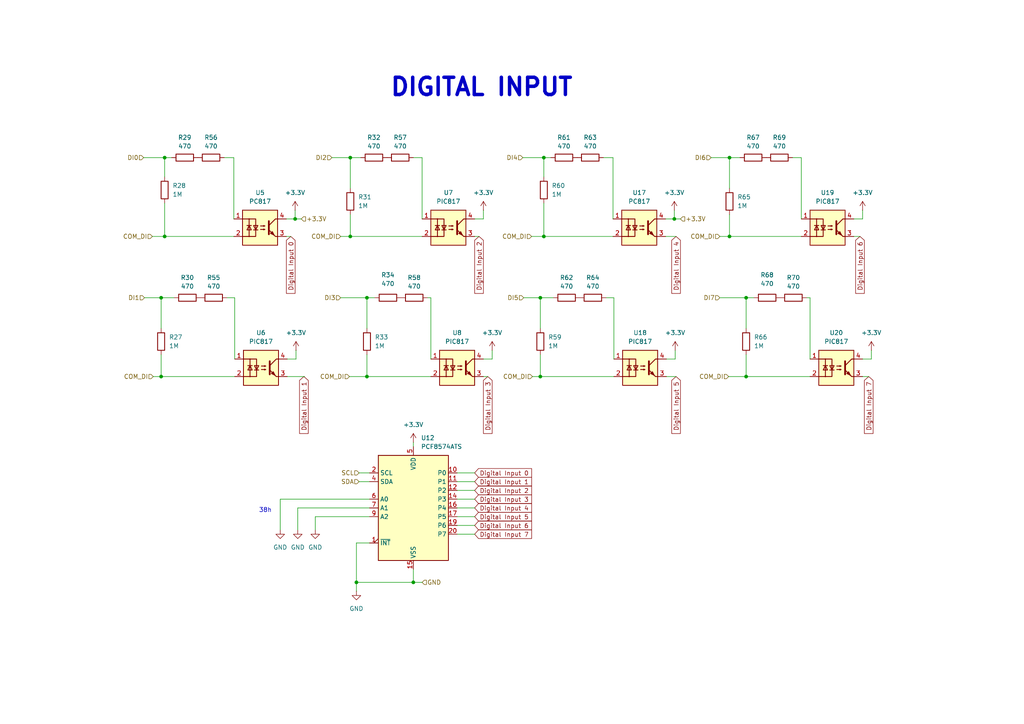
<source format=kicad_sch>
(kicad_sch (version 20231120) (generator "eeschema") (generator_version "8.0")
  (paper "A4")
  (title_block (title "IoT Node") (date "2026-01-28") (rev "V3") (company "PT. MEDION FARMA JAYA") (comment 1 "DESAIN @DMSRAGAA") (comment 2 "INSTITUT TEKNOLOGI SEPULUH NOPEMBER"))
  (lib_symbols
    (symbol "Device:R" (pin_numbers hide) (pin_names (offset 0))
      (property "Reference" "R" (at 2.032 0 90))
      (property "Value" "R" (at 0 0 90))
      (symbol "R_0_1"
        (rectangle (start -1.016 -2.54) (end 1.016 2.54) (stroke (width 0.254)))
      )
      (symbol "R_1_1"
        (pin passive line (at 0 3.81 270) (length 1.27) (name "~") (number "1"))
        (pin passive line (at 0 -3.81 90) (length 1.27) (name "~") (number "2"))
      )
    )
    (symbol "Interface_Expansion:PCF8574ATS"
      (property "Reference" "U" (at -8.89 16.51 0))
      (property "Value" "PCF8574ATS" (at 3.81 16.51 0))
      (symbol "PCF8574ATS_0_1"
        (rectangle (start -10.16 15.24) (end 10.16 -15.24) (stroke (width 0.254)) (fill (type background)))
      )
      (symbol "PCF8574ATS_1_1"
        (pin open_collector output_low (at -12.7 -10.16 0) (length 2.54) (name "~{INT}") (number "1"))
        (pin bidirectional line (at 12.7 10.16 180) (length 2.54) (name "P0") (number "10"))
        (pin bidirectional line (at 12.7 7.62 180) (length 2.54) (name "P1") (number "11"))
        (pin bidirectional line (at 12.7 5.08 180) (length 2.54) (name "P2") (number "12"))
        (pin no_connect line (at -10.16 -5.08 0) (length 2.54) hide (name "NC") (number "13"))
        (pin bidirectional line (at 12.7 2.54 180) (length 2.54) (name "P3") (number "14"))
        (pin power_in line (at 0 -17.78 90) (length 2.54) (name "VSS") (number "15"))
        (pin bidirectional line (at 12.7 0 180) (length 2.54) (name "P4") (number "16"))
        (pin bidirectional line (at 12.7 -2.54 180) (length 2.54) (name "P5") (number "17"))
        (pin no_connect line (at -10.16 -7.62 0) (length 2.54) hide (name "NC") (number "18"))
        (pin bidirectional line (at 12.7 -5.08 180) (length 2.54) (name "P6") (number "19"))
        (pin input line (at -12.7 10.16 0) (length 2.54) (name "SCL") (number "2"))
        (pin bidirectional line (at 12.7 -7.62 180) (length 2.54) (name "P7") (number "20"))
        (pin no_connect line (at 10.16 -10.16 180) (length 2.54) hide (name "NC") (number "3"))
        (pin bidirectional line (at -12.7 7.62 0) (length 2.54) (name "SDA") (number "4"))
        (pin power_in line (at 0 17.78 270) (length 2.54) (name "VDD") (number "5"))
        (pin input line (at -12.7 2.54 0) (length 2.54) (name "A0") (number "6"))
        (pin input line (at -12.7 0 0) (length 2.54) (name "A1") (number "7"))
        (pin no_connect line (at 10.16 -12.7 180) (length 2.54) hide (name "NC") (number "8"))
        (pin input line (at -12.7 -2.54 0) (length 2.54) (name "A2") (number "9"))
      )
    )
    (symbol "Isolator:SFH620A-2X017T" (pin_names (offset 1.016))
      (property "Reference" "U" (at -4.064 6.35 0))
      (property "Value" "SFH620A-2X017T" (at -5.334 -6.604 0))
      (symbol "SFH620A-2X017T_1_1"
        (rectangle (start -5.08 5.08) (end 5.08 -5.08) (stroke (width 0.254)) (fill (type background)))
        (circle (center -3.175 -2.54) (radius 0.127))
        (circle (center -3.175 2.54) (radius 0.127))
        (polyline (pts (xy -3.81 0.635) (xy -2.54 0.635)) (stroke (width 0.254)))
        (polyline (pts (xy -1.905 -0.635) (xy -0.635 -0.635)) (stroke (width 0.254)))
        (polyline (pts (xy 2.54 1.905) (xy 2.54 -1.905) (xy 2.54 -1.905)) (stroke (width 0.508)))
        (polyline (pts (xy 5.08 -2.54) (xy 4.445 -2.54) (xy 2.54 -0.635)) (stroke (width 0.254)))
        (polyline (pts (xy 5.08 2.54) (xy 4.445 2.54) (xy 2.54 0.635)) (stroke (width 0.254)))
        (polyline (pts (xy -5.08 2.54) (xy -3.175 2.54) (xy -3.175 -2.54) (xy -5.08 -2.54)) (stroke (width 0.254)))
        (polyline (pts (xy -3.175 -2.54) (xy -1.27 -2.54) (xy -1.27 2.54) (xy -3.175 2.54)) (stroke (width 0.254)))
        (polyline (pts (xy -3.175 0.635) (xy -3.81 -0.635) (xy -2.54 -0.635) (xy -3.175 0.635)) (stroke (width 0.254)))
        (polyline (pts (xy -1.27 -0.635) (xy -1.905 0.635) (xy -0.635 0.635) (xy -1.27 -0.635)) (stroke (width 0.254)))
        (polyline (pts (xy 0.127 -0.508) (xy 1.397 -0.508) (xy 1.016 -0.635) (xy 1.016 -0.381) (xy 1.397 -0.508)) (stroke (width 0.254)))
        (polyline (pts (xy 0.127 0.508) (xy 1.397 0.508) (xy 1.016 0.381) (xy 1.016 0.635) (xy 1.397 0.508)) (stroke (width 0.254)))
        (polyline (pts (xy 3.048 -1.651) (xy 3.556 -1.143) (xy 4.064 -2.159) (xy 3.048 -1.651) (xy 3.048 -1.651)) (stroke (width 0.254)) (fill (type outline)))
        (pin passive line (at -7.62 2.54 0) (length 2.54) (name "~") (number "1"))
        (pin passive line (at -7.62 -2.54 0) (length 2.54) (name "~") (number "2"))
        (pin passive line (at 7.62 -2.54 180) (length 2.54) (name "~") (number "3"))
        (pin passive line (at 7.62 2.54 180) (length 2.54) (name "~") (number "4"))
      )
    )
    (symbol "power:+3.3V" (power) (pin_numbers hide) (pin_names (offset 0) hide)
      (property "Value" "+3.3V" (at 0 3.556 0))
      (symbol "+3.3V_0_1"
        (polyline (pts (xy -0.762 1.27) (xy 0 2.54)))
        (polyline (pts (xy 0 0) (xy 0 2.54)))
        (polyline (pts (xy 0 2.54) (xy 0.762 1.27)))
      )
      (symbol "+3.3V_1_1"
        (pin power_in line (at 0 0 90) (length 0) (name "~") (number "1"))
      )
    )
    (symbol "power:GND" (power) (pin_numbers hide) (pin_names (offset 0) hide)
      (property "Value" "GND" (at 0 -3.81 0))
      (symbol "GND_0_1"
        (polyline (pts (xy 0 0) (xy 0 -1.27) (xy 1.27 -1.27) (xy 0 -2.54) (xy -1.27 -1.27) (xy 0 -1.27)))
      )
      (symbol "GND_1_1"
        (pin power_in line (at 0 0 270) (length 0) (name "~") (number "1"))
      )
    )
  )
  (junction (at 119.888 168.91))
  (junction (at 46.736 109.22))
  (junction (at 85.598 63.5))
  (junction (at 156.718 86.36))
  (junction (at 101.6 45.72))
  (junction (at 157.734 45.72))
  (junction (at 156.718 109.22))
  (junction (at 211.582 68.58))
  (junction (at 216.408 86.36))
  (junction (at 101.6 68.58))
  (junction (at 211.582 45.72))
  (junction (at 46.736 86.36))
  (junction (at 106.426 86.36))
  (junction (at 47.752 68.58))
  (junction (at 106.426 109.22))
  (junction (at 103.378 168.91))
  (junction (at 47.752 45.72))
  (junction (at 195.58 63.5))
  (junction (at 216.408 109.22))
  (junction (at 157.734 68.58))
  (wire (pts (xy 68.072 86.36) (xy 68.072 104.14)))
  (wire (pts (xy 101.6 62.23) (xy 101.6 68.58)))
  (wire (pts (xy 137.668 63.5) (xy 140.208 63.5)))
  (wire (pts (xy 137.668 152.4) (xy 132.588 152.4)))
  (wire (pts (xy 41.91 86.36) (xy 46.736 86.36)))
  (wire (pts (xy 83.058 68.58) (xy 84.328 68.58)))
  (wire (pts (xy 247.65 63.5) (xy 250.19 63.5)))
  (wire (pts (xy 156.718 102.87) (xy 156.718 109.22)))
  (wire (pts (xy 122.428 45.72) (xy 122.428 63.5)))
  (wire (pts (xy 106.426 86.36) (xy 106.426 95.25)))
  (wire (pts (xy 211.328 109.22) (xy 216.408 109.22)))
  (wire (pts (xy 103.378 168.91) (xy 119.888 168.91)))
  (wire (pts (xy 81.28 144.78) (xy 107.188 144.78)))
  (wire (pts (xy 157.734 45.72) (xy 159.766 45.72)))
  (wire (pts (xy 154.432 109.22) (xy 156.718 109.22)))
  (wire (pts (xy 193.294 109.22) (xy 196.088 109.22)))
  (wire (pts (xy 211.582 45.72) (xy 214.63 45.72)))
  (wire (pts (xy 98.806 86.36) (xy 106.426 86.36)))
  (wire (pts (xy 91.44 149.86) (xy 107.188 149.86)))
  (wire (pts (xy 46.736 86.36) (xy 50.546 86.36)))
  (wire (pts (xy 46.736 102.87) (xy 46.736 109.22)))
  (wire (pts (xy 106.426 109.22) (xy 124.968 109.22)))
  (wire (pts (xy 85.852 104.14) (xy 85.852 101.6)))
  (wire (pts (xy 98.806 68.58) (xy 101.6 68.58)))
  (wire (pts (xy 175.768 86.36) (xy 178.054 86.36)))
  (wire (pts (xy 211.582 62.23) (xy 211.582 68.58)))
  (wire (pts (xy 208.788 68.58) (xy 211.582 68.58)))
  (wire (pts (xy 137.668 147.32) (xy 132.588 147.32)))
  (wire (pts (xy 140.208 104.14) (xy 142.748 104.14)))
  (wire (pts (xy 156.718 86.36) (xy 160.528 86.36)))
  (wire (pts (xy 46.736 109.22) (xy 68.072 109.22)))
  (wire (pts (xy 252.73 104.14) (xy 252.73 101.6)))
  (wire (pts (xy 106.426 86.36) (xy 108.712 86.36)))
  (wire (pts (xy 157.734 68.58) (xy 177.8 68.58)))
  (wire (pts (xy 91.44 153.67) (xy 91.44 149.86)))
  (wire (pts (xy 216.408 109.22) (xy 234.95 109.22)))
  (wire (pts (xy 65.024 45.72) (xy 67.818 45.72)))
  (wire (pts (xy 157.734 51.308) (xy 157.734 45.72)))
  (wire (pts (xy 233.934 86.36) (xy 234.95 86.36)))
  (wire (pts (xy 47.752 51.308) (xy 47.752 45.72)))
  (wire (pts (xy 83.312 104.14) (xy 85.852 104.14)))
  (wire (pts (xy 101.6 45.72) (xy 101.6 54.61)))
  (wire (pts (xy 44.196 68.58) (xy 47.752 68.58)))
  (wire (pts (xy 119.888 168.91) (xy 122.428 168.91)))
  (wire (pts (xy 156.718 109.22) (xy 178.054 109.22)))
  (wire (pts (xy 157.734 58.928) (xy 157.734 68.58)))
  (wire (pts (xy 216.408 86.36) (xy 216.408 95.25)))
  (wire (pts (xy 250.19 109.22) (xy 251.968 109.22)))
  (wire (pts (xy 119.888 45.72) (xy 122.428 45.72)))
  (wire (pts (xy 103.378 157.48) (xy 103.378 168.91)))
  (wire (pts (xy 104.14 137.16) (xy 107.188 137.16)))
  (wire (pts (xy 142.748 104.14) (xy 142.748 101.6)))
  (wire (pts (xy 211.582 45.72) (xy 211.582 54.61)))
  (wire (pts (xy 137.668 137.16) (xy 132.588 137.16)))
  (wire (pts (xy 195.834 104.14) (xy 195.834 101.6)))
  (wire (pts (xy 137.668 154.94) (xy 132.588 154.94)))
  (wire (pts (xy 137.668 139.7) (xy 132.588 139.7)))
  (wire (pts (xy 47.752 68.58) (xy 67.818 68.58)))
  (wire (pts (xy 101.6 45.72) (xy 104.648 45.72)))
  (wire (pts (xy 104.14 139.7) (xy 107.188 139.7)))
  (wire (pts (xy 229.87 45.72) (xy 232.41 45.72)))
  (wire (pts (xy 81.28 153.67) (xy 81.28 144.78)))
  (wire (pts (xy 175.006 45.72) (xy 177.8 45.72)))
  (wire (pts (xy 216.408 102.87) (xy 216.408 109.22)))
  (wire (pts (xy 216.408 86.36) (xy 218.694 86.36)))
  (wire (pts (xy 119.888 168.91) (xy 119.888 165.1)))
  (wire (pts (xy 151.892 86.36) (xy 156.718 86.36)))
  (wire (pts (xy 86.36 147.32) (xy 107.188 147.32)))
  (wire (pts (xy 247.65 68.58) (xy 249.428 68.58)))
  (wire (pts (xy 208.788 86.36) (xy 216.408 86.36)))
  (wire (pts (xy 177.8 45.72) (xy 177.8 63.5)))
  (wire (pts (xy 47.752 45.72) (xy 49.784 45.72)))
  (wire (pts (xy 137.668 149.86) (xy 132.588 149.86)))
  (wire (pts (xy 195.58 60.96) (xy 195.58 63.5)))
  (wire (pts (xy 67.818 45.72) (xy 67.818 63.5)))
  (wire (pts (xy 250.19 63.5) (xy 250.19 60.96)))
  (wire (pts (xy 151.638 45.72) (xy 157.734 45.72)))
  (wire (pts (xy 107.188 157.48) (xy 103.378 157.48)))
  (wire (pts (xy 195.58 63.5) (xy 197.358 63.5)))
  (wire (pts (xy 101.6 68.58) (xy 122.428 68.58)))
  (wire (pts (xy 140.208 109.22) (xy 141.478 109.22)))
  (wire (pts (xy 196.088 68.58) (xy 193.04 68.58)))
  (wire (pts (xy 46.736 86.36) (xy 46.736 95.25)))
  (wire (pts (xy 193.294 104.14) (xy 195.834 104.14)))
  (wire (pts (xy 86.36 153.67) (xy 86.36 147.32)))
  (wire (pts (xy 101.346 109.22) (xy 106.426 109.22)))
  (wire (pts (xy 123.952 86.36) (xy 124.968 86.36)))
  (wire (pts (xy 96.266 45.72) (xy 101.6 45.72)))
  (wire (pts (xy 83.312 109.22) (xy 88.392 109.22)))
  (wire (pts (xy 232.41 45.72) (xy 232.41 63.5)))
  (wire (pts (xy 85.598 60.96) (xy 85.598 63.5)))
  (wire (pts (xy 178.054 86.36) (xy 178.054 104.14)))
  (wire (pts (xy 103.378 168.91) (xy 103.378 171.45)))
  (wire (pts (xy 41.656 45.72) (xy 47.752 45.72)))
  (wire (pts (xy 106.426 102.87) (xy 106.426 109.22)))
  (wire (pts (xy 47.752 58.928) (xy 47.752 68.58)))
  (wire (pts (xy 137.668 142.24) (xy 132.588 142.24)))
  (wire (pts (xy 234.95 86.36) (xy 234.95 104.14)))
  (wire (pts (xy 124.968 86.36) (xy 124.968 104.14)))
  (wire (pts (xy 137.668 68.58) (xy 138.938 68.58)))
  (wire (pts (xy 85.598 63.5) (xy 83.058 63.5)))
  (wire (pts (xy 206.248 45.72) (xy 211.582 45.72)))
  (wire (pts (xy 195.58 63.5) (xy 193.04 63.5)))
  (wire (pts (xy 154.178 68.58) (xy 157.734 68.58)))
  (wire (pts (xy 119.888 128.27) (xy 119.888 129.54)))
  (wire (pts (xy 250.19 104.14) (xy 252.73 104.14)))
  (wire (pts (xy 44.45 109.22) (xy 46.736 109.22)))
  (wire (pts (xy 140.208 63.5) (xy 140.208 60.96)))
  (wire (pts (xy 211.582 68.58) (xy 232.41 68.58)))
  (wire (pts (xy 65.786 86.36) (xy 68.072 86.36)))
  (wire (pts (xy 156.718 86.36) (xy 156.718 95.25)))
  (wire (pts (xy 85.598 63.5) (xy 87.376 63.5)))
  (wire (pts (xy 137.668 144.78) (xy 132.588 144.78)))
  (text "DIGITAL INPUT" (at 139.7 25.4 0) (effects (font (size 5 5) (bold yes))))
  (text "38h" (at 76.962 148.082 0) (effects (font (size 1.27 1.27))))
  (global_label "Digital Input 3" (shape input) (at 141.478 109.22 270) (property "Intersheetrefs" "${INTERSHEET_REFS}" (effects (hide yes))))
  (global_label "Digital Input 2" (shape input) (at 138.938 68.58 270) (property "Intersheetrefs" "${INTERSHEET_REFS}" (effects (hide yes))))
  (global_label "Digital Input 1" (shape input) (at 88.138 109.22 270) (property "Intersheetrefs" "${INTERSHEET_REFS}" (effects (hide yes))))
  (global_label "Digital Input 5" (shape input) (at 137.668 149.86 0) (property "Intersheetrefs" "${INTERSHEET_REFS}" (effects (hide yes))))
  (global_label "Digital Input 7" (shape input) (at 251.968 109.22 270) (property "Intersheetrefs" "${INTERSHEET_REFS}" (effects (hide yes))))
  (global_label "Digital Input 1" (shape input) (at 137.668 139.7 0) (property "Intersheetrefs" "${INTERSHEET_REFS}" (effects (hide yes))))
  (global_label "Digital Input 4" (shape input) (at 196.088 68.58 270) (property "Intersheetrefs" "${INTERSHEET_REFS}" (effects (hide yes))))
  (global_label "Digital Input 2" (shape input) (at 137.668 142.24 0) (property "Intersheetrefs" "${INTERSHEET_REFS}" (effects (hide yes))))
  (global_label "Digital Input 5" (shape input) (at 196.088 109.22 270) (property "Intersheetrefs" "${INTERSHEET_REFS}" (effects (hide yes))))
  (global_label "Digital Input 3" (shape input) (at 137.668 144.78 0) (property "Intersheetrefs" "${INTERSHEET_REFS}" (effects (hide yes))))
  (global_label "Digital Input 0" (shape input) (at 137.668 137.16 0) (property "Intersheetrefs" "${INTERSHEET_REFS}" (effects (hide yes))))
  (global_label "Digital Input 0" (shape input) (at 84.328 68.58 270) (property "Intersheetrefs" "${INTERSHEET_REFS}" (effects (hide yes))))
  (global_label "Digital Input 4" (shape input) (at 137.668 147.32 0) (property "Intersheetrefs" "${INTERSHEET_REFS}" (effects (hide yes))))
  (global_label "Digital Input 6" (shape input) (at 137.668 152.4 0) (property "Intersheetrefs" "${INTERSHEET_REFS}" (effects (hide yes))))
  (global_label "Digital Input 6" (shape input) (at 249.428 68.58 270) (property "Intersheetrefs" "${INTERSHEET_REFS}" (effects (hide yes))))
  (global_label "Digital Input 7" (shape input) (at 137.668 154.94 0) (property "Intersheetrefs" "${INTERSHEET_REFS}" (effects (hide yes))))
  (hierarchical_label "SCL" (shape input) (at 104.14 137.16 180))
  (hierarchical_label "GND" (shape input) (at 122.428 168.91 0))
  (hierarchical_label "DI6" (shape input) (at 206.248 45.72 180))
  (hierarchical_label "+3.3V" (shape input) (at 87.376 63.5 0))
  (hierarchical_label "COM_DI" (shape input) (at 44.45 109.22 180))
  (hierarchical_label "COM_DI" (shape input) (at 208.788 68.58 180))
  (hierarchical_label "COM_DI" (shape input) (at 211.328 109.22 180))
  (hierarchical_label "DI3" (shape input) (at 98.806 86.36 180))
  (hierarchical_label "+3.3V" (shape input) (at 197.358 63.5 0))
  (hierarchical_label "COM_DI" (shape input) (at 44.196 68.58 180))
  (hierarchical_label "DI2" (shape input) (at 96.266 45.72 180))
  (hierarchical_label "COM_DI" (shape input) (at 154.178 68.58 180))
  (hierarchical_label "COM_DI" (shape input) (at 101.346 109.22 180))
  (hierarchical_label "DI5" (shape input) (at 151.892 86.36 180))
  (hierarchical_label "DI7" (shape input) (at 208.788 86.36 180))
  (hierarchical_label "COM_DI" (shape input) (at 154.432 109.22 180))
  (hierarchical_label "COM_DI" (shape input) (at 98.806 68.58 180))
  (hierarchical_label "DI1" (shape input) (at 41.91 86.36 180))
  (hierarchical_label "DI0" (shape input) (at 41.656 45.72 180))
  (hierarchical_label "DI4" (shape input) (at 151.638 45.72 180))
  (hierarchical_label "SDA" (shape input) (at 104.14 139.7 180))
  (symbol (lib_id "Isolator:SFH620A-2X017T") (at 185.42 66.04 0) (unit 1)
    (property "Reference" "U17" (at 185.42 55.88 0))
    (property "Value" "PC817" (at 185.42 58.42 0))
    (property "Footprint" "Package_DIP:SMDIP-4_W9.53mm_Clearance8mm" (effects (hide yes)))
    (property "Datasheet" "http://www.vishay.com/docs/83675/sfh620a.pdf" (effects (hide yes)))
    (property "Description" "Optocoupler, Phototransistor Output, 5300 VRMS, VCEO 70V, CTR% 63-200 VDE, UL, CUL, BSI, SMD-4" (effects (hide yes)))
    (property "LCSC" "C2833077" (effects (hide yes)))
  )
  (symbol (lib_id "power:+3.3V") (at 119.888 128.27 0) (unit 1)
    (property "Reference" "#PWR042" (effects (hide yes)))
    (property "Value" "+3.3V" (at 119.888 123.19 0))
    (property "Description" "Power symbol creates a global label with name \"+3.3V\"" (effects (hide yes)))
  )
  (symbol (lib_id "Device:R") (at 156.718 99.06 180) (unit 1)
    (property "Reference" "R59" (at 159.004 97.7899 0) (effects (justify right)))
    (property "Value" "1M" (at 159.004 100.3299 0) (effects (justify right)))
    (property "Footprint" "Resistor_SMD:R_0805_2012Metric" (effects (hide yes)))
    (property "Description" "Resistor" (effects (hide yes)))
    (property "LCSC" "C26115" (effects (hide yes)))
  )
  (symbol (lib_id "Isolator:SFH620A-2X017T") (at 185.674 106.68 0) (unit 1)
    (property "Reference" "U18" (at 185.674 96.52 0))
    (property "Value" "PIC817" (at 185.674 99.06 0))
    (property "Footprint" "Package_DIP:SMDIP-4_W9.53mm_Clearance8mm" (effects (hide yes)))
    (property "Datasheet" "http://www.vishay.com/docs/83675/sfh620a.pdf" (effects (hide yes)))
    (property "Description" "Optocoupler, Phototransistor Output, 5300 VRMS, VCEO 70V, CTR% 63-200 VDE, UL, CUL, BSI, SMD-4" (effects (hide yes)))
    (property "LCSC" "C2833077" (effects (hide yes)))
  )
  (symbol (lib_id "power:GND") (at 91.44 153.67 0) (unit 1)
    (property "Reference" "#PWR014" (effects (hide yes)))
    (property "Value" "GND" (at 91.44 158.75 0))
    (property "Description" "Power symbol creates a global label with name \"GND\" , ground" (effects (hide yes)))
  )
  (symbol (lib_id "power:GND") (at 81.28 153.67 0) (unit 1)
    (property "Reference" "#PWR037" (effects (hide yes)))
    (property "Value" "GND" (at 81.28 158.75 0))
    (property "Description" "Power symbol creates a global label with name \"GND\" , ground" (effects (hide yes)))
  )
  (symbol (lib_id "Device:R") (at 112.522 86.36 90) (unit 1)
    (property "Reference" "R34" (at 112.522 79.756 90))
    (property "Value" "470" (at 112.522 82.296 90))
    (property "Footprint" "Resistor_SMD:R_0805_2012Metric" (effects (hide yes)))
    (property "Description" "Resistor" (effects (hide yes)))
    (property "LCSC" "C317246" (effects (hide yes)))
  )
  (symbol (lib_id "Device:R") (at 171.196 45.72 90) (unit 1)
    (property "Reference" "R63" (at 171.196 39.878 90))
    (property "Value" "470" (at 171.196 42.418 90))
    (property "Footprint" "Resistor_SMD:R_0805_2012Metric" (effects (hide yes)))
    (property "Description" "Resistor" (effects (hide yes)))
    (property "LCSC" "C317246" (effects (hide yes)))
  )
  (symbol (lib_id "Device:R") (at 171.958 86.36 90) (unit 1)
    (property "Reference" "R64" (at 171.958 80.518 90))
    (property "Value" "470" (at 171.958 83.058 90))
    (property "Footprint" "Resistor_SMD:R_0805_2012Metric" (effects (hide yes)))
    (property "Description" "Resistor" (effects (hide yes)))
    (property "LCSC" "C317246" (effects (hide yes)))
  )
  (symbol (lib_id "power:+3.3V") (at 250.19 60.96 0) (unit 1)
    (property "Reference" "#PWR046" (effects (hide yes)))
    (property "Value" "+3.3V" (at 250.19 55.88 0))
    (property "Description" "Power symbol creates a global label with name \"+3.3V\"" (effects (hide yes)))
  )
  (symbol (lib_id "Isolator:SFH620A-2X017T") (at 75.692 106.68 0) (unit 1)
    (property "Reference" "U6" (at 75.692 96.52 0))
    (property "Value" "PIC817" (at 75.692 99.06 0))
    (property "Footprint" "Package_DIP:SMDIP-4_W9.53mm_Clearance8mm" (effects (hide yes)))
    (property "Datasheet" "http://www.vishay.com/docs/83675/sfh620a.pdf" (effects (hide yes)))
    (property "Description" "Optocoupler, Phototransistor Output, 5300 VRMS, VCEO 70V, CTR% 63-200 VDE, UL, CUL, BSI, SMD-4" (effects (hide yes)))
    (property "LCSC" "C2833077" (effects (hide yes)))
  )
  (symbol (lib_id "power:GND") (at 86.36 153.67 0) (unit 1)
    (property "Reference" "#PWR015" (effects (hide yes)))
    (property "Value" "GND" (at 86.36 158.75 0))
    (property "Description" "Power symbol creates a global label with name \"GND\" , ground" (effects (hide yes)))
  )
  (symbol (lib_id "Device:R") (at 163.576 45.72 90) (unit 1)
    (property "Reference" "R61" (at 163.576 39.878 90))
    (property "Value" "470" (at 163.576 42.418 90))
    (property "Footprint" "Resistor_SMD:R_0805_2012Metric" (effects (hide yes)))
    (property "Description" "Resistor" (effects (hide yes)))
    (property "LCSC" "C317246" (effects (hide yes)))
  )
  (symbol (lib_id "Device:R") (at 226.06 45.72 90) (unit 1)
    (property "Reference" "R69" (at 226.06 39.878 90))
    (property "Value" "470" (at 226.06 42.418 90))
    (property "Footprint" "Resistor_SMD:R_0805_2012Metric" (effects (hide yes)))
    (property "Description" "Resistor" (effects (hide yes)))
    (property "LCSC" "C317246" (effects (hide yes)))
  )
  (symbol (lib_id "power:+3.3V") (at 142.748 101.6 0) (unit 1)
    (property "Reference" "#PWR022" (effects (hide yes)))
    (property "Value" "+3.3V" (at 142.748 96.52 0))
    (property "Description" "Power symbol creates a global label with name \"+3.3V\"" (effects (hide yes)))
  )
  (symbol (lib_id "Device:R") (at 216.408 99.06 180) (unit 1)
    (property "Reference" "R66" (at 218.694 97.7899 0) (effects (justify right)))
    (property "Value" "1M" (at 218.694 100.3299 0) (effects (justify right)))
    (property "Footprint" "Resistor_SMD:R_0805_2012Metric" (effects (hide yes)))
    (property "Description" "Resistor" (effects (hide yes)))
    (property "LCSC" "C26115" (effects (hide yes)))
  )
  (symbol (lib_id "power:+3.3V") (at 252.73 101.6 0) (unit 1)
    (property "Reference" "#PWR047" (effects (hide yes)))
    (property "Value" "+3.3V" (at 252.73 96.52 0))
    (property "Description" "Power symbol creates a global label with name \"+3.3V\"" (effects (hide yes)))
  )
  (symbol (lib_id "Device:R") (at 218.44 45.72 90) (unit 1)
    (property "Reference" "R67" (at 218.44 39.878 90))
    (property "Value" "470" (at 218.44 42.418 90))
    (property "Footprint" "Resistor_SMD:R_0805_2012Metric" (effects (hide yes)))
    (property "Description" "Resistor" (effects (hide yes)))
    (property "LCSC" "C317246" (effects (hide yes)))
  )
  (symbol (lib_id "power:+3.3V") (at 85.598 60.96 0) (unit 1)
    (property "Reference" "#PWR019" (effects (hide yes)))
    (property "Value" "+3.3V" (at 85.598 55.88 0))
    (property "Description" "Power symbol creates a global label with name \"+3.3V\"" (effects (hide yes)))
  )
  (symbol (lib_id "Device:R") (at 54.356 86.36 90) (unit 1)
    (property "Reference" "R30" (at 54.356 80.518 90))
    (property "Value" "470" (at 54.356 83.058 90))
    (property "Footprint" "Resistor_SMD:R_0805_2012Metric" (effects (hide yes)))
    (property "Description" "Resistor" (effects (hide yes)))
    (property "LCSC" "C317246" (effects (hide yes)))
  )
  (symbol (lib_id "Device:R") (at 211.582 58.42 180) (unit 1)
    (property "Reference" "R65" (at 213.868 57.1499 0) (effects (justify right)))
    (property "Value" "1M" (at 213.868 59.6899 0) (effects (justify right)))
    (property "Footprint" "Resistor_SMD:R_0805_2012Metric" (effects (hide yes)))
    (property "Description" "Resistor" (effects (hide yes)))
    (property "LCSC" "C26115" (effects (hide yes)))
  )
  (symbol (lib_id "Device:R") (at 222.504 86.36 90) (unit 1)
    (property "Reference" "R68" (at 222.504 79.756 90))
    (property "Value" "470" (at 222.504 82.296 90))
    (property "Footprint" "Resistor_SMD:R_0805_2012Metric" (effects (hide yes)))
    (property "Description" "Resistor" (effects (hide yes)))
    (property "LCSC" "C317246" (effects (hide yes)))
  )
  (symbol (lib_id "Device:R") (at 230.124 86.36 90) (unit 1)
    (property "Reference" "R70" (at 230.124 80.518 90))
    (property "Value" "470" (at 230.124 83.058 90))
    (property "Footprint" "Resistor_SMD:R_0805_2012Metric" (effects (hide yes)))
    (property "Description" "Resistor" (effects (hide yes)))
    (property "LCSC" "C317246" (effects (hide yes)))
  )
  (symbol (lib_id "Device:R") (at 61.976 86.36 90) (unit 1)
    (property "Reference" "R55" (at 61.976 80.518 90))
    (property "Value" "470" (at 61.976 83.058 90))
    (property "Footprint" "Resistor_SMD:R_0805_2012Metric" (effects (hide yes)))
    (property "Description" "Resistor" (effects (hide yes)))
    (property "LCSC" "C317246" (effects (hide yes)))
  )
  (symbol (lib_id "Device:R") (at 61.214 45.72 90) (unit 1)
    (property "Reference" "R56" (at 61.214 39.878 90))
    (property "Value" "470" (at 61.214 42.418 90))
    (property "Footprint" "Resistor_SMD:R_0805_2012Metric" (effects (hide yes)))
    (property "Description" "Resistor" (effects (hide yes)))
    (property "LCSC" "C317246" (effects (hide yes)))
  )
  (symbol (lib_id "Device:R") (at 46.736 99.06 180) (unit 1)
    (property "Reference" "R27" (at 49.022 97.7899 0) (effects (justify right)))
    (property "Value" "1M" (at 49.022 100.3299 0) (effects (justify right)))
    (property "Footprint" "Resistor_SMD:R_0805_2012Metric" (effects (hide yes)))
    (property "Description" "Resistor" (effects (hide yes)))
    (property "LCSC" "C26115" (effects (hide yes)))
  )
  (symbol (lib_id "power:+3.3V") (at 195.834 101.6 0) (unit 1)
    (property "Reference" "#PWR045" (effects (hide yes)))
    (property "Value" "+3.3V" (at 195.834 96.52 0))
    (property "Description" "Power symbol creates a global label with name \"+3.3V\"" (effects (hide yes)))
  )
  (symbol (lib_id "Device:R") (at 47.752 55.118 180) (unit 1)
    (property "Reference" "R28" (at 50.038 53.8479 0) (effects (justify right)))
    (property "Value" "1M" (at 50.038 56.3879 0) (effects (justify right)))
    (property "Footprint" "Resistor_SMD:R_0805_2012Metric" (effects (hide yes)))
    (property "Description" "Resistor" (effects (hide yes)))
    (property "LCSC" "C26115" (effects (hide yes)))
  )
  (symbol (lib_id "Isolator:SFH620A-2X017T") (at 242.57 106.68 0) (unit 1)
    (property "Reference" "U20" (at 242.57 96.52 0))
    (property "Value" "PIC817" (at 242.57 99.06 0))
    (property "Footprint" "Package_DIP:SMDIP-4_W9.53mm_Clearance8mm" (effects (hide yes)))
    (property "Datasheet" "http://www.vishay.com/docs/83675/sfh620a.pdf" (effects (hide yes)))
    (property "Description" "Optocoupler, Phototransistor Output, 5300 VRMS, VCEO 70V, CTR% 63-200 VDE, UL, CUL, BSI, SMD-4" (effects (hide yes)))
    (property "LCSC" "C2833077" (effects (hide yes)))
  )
  (symbol (lib_id "power:+3.3V") (at 195.58 60.96 0) (unit 1)
    (property "Reference" "#PWR044" (effects (hide yes)))
    (property "Value" "+3.3V" (at 195.58 55.88 0))
    (property "Description" "Power symbol creates a global label with name \"+3.3V\"" (effects (hide yes)))
  )
  (symbol (lib_id "Device:R") (at 53.594 45.72 90) (unit 1)
    (property "Reference" "R29" (at 53.594 39.878 90))
    (property "Value" "470" (at 53.594 42.418 90))
    (property "Footprint" "Resistor_SMD:R_0805_2012Metric" (effects (hide yes)))
    (property "Description" "Resistor" (effects (hide yes)))
    (property "LCSC" "C317246" (effects (hide yes)))
  )
  (symbol (lib_id "Isolator:SFH620A-2X017T") (at 240.03 66.04 0) (unit 1)
    (property "Reference" "U19" (at 240.03 55.88 0))
    (property "Value" "PIC817" (at 240.03 58.42 0))
    (property "Footprint" "Package_DIP:SMDIP-4_W9.53mm_Clearance8mm" (effects (hide yes)))
    (property "Datasheet" "http://www.vishay.com/docs/83675/sfh620a.pdf" (effects (hide yes)))
    (property "Description" "Optocoupler, Phototransistor Output, 5300 VRMS, VCEO 70V, CTR% 63-200 VDE, UL, CUL, BSI, SMD-4" (effects (hide yes)))
    (property "LCSC" "C2833077" (effects (hide yes)))
  )
  (symbol (lib_id "Interface_Expansion:PCF8574ATS") (at 119.888 147.32 0) (unit 1)
    (property "Reference" "U12" (at 122.0821 127 0) (effects (justify left)))
    (property "Value" "PCF8574ATS" (at 122.0821 129.54 0) (effects (justify left)))
    (property "Footprint" "Package_SO:SSOP-20_4.4x6.5mm_P0.65mm" (effects (hide yes)))
    (property "Datasheet" "http://www.nxp.com/docs/en/data-sheet/PCF8574_PCF8574A.pdf" (effects (hide yes)))
    (property "Description" "8 Bit Port/Expander to I2C Bus, SSOP-20" (effects (hide yes)))
  )
  (symbol (lib_id "Device:R") (at 164.338 86.36 90) (unit 1)
    (property "Reference" "R62" (at 164.338 80.518 90))
    (property "Value" "470" (at 164.338 83.058 90))
    (property "Footprint" "Resistor_SMD:R_0805_2012Metric" (effects (hide yes)))
    (property "Description" "Resistor" (effects (hide yes)))
    (property "LCSC" "C317246" (effects (hide yes)))
  )
  (symbol (lib_id "Device:R") (at 120.142 86.36 90) (unit 1)
    (property "Reference" "R58" (at 120.142 80.518 90))
    (property "Value" "470" (at 120.142 83.058 90))
    (property "Footprint" "Resistor_SMD:R_0805_2012Metric" (effects (hide yes)))
    (property "Description" "Resistor" (effects (hide yes)))
    (property "LCSC" "C317246" (effects (hide yes)))
  )
  (symbol (lib_id "Device:R") (at 157.734 55.118 180) (unit 1)
    (property "Reference" "R60" (at 160.02 53.8479 0) (effects (justify right)))
    (property "Value" "1M" (at 160.02 56.3879 0) (effects (justify right)))
    (property "Footprint" "Resistor_SMD:R_0805_2012Metric" (effects (hide yes)))
    (property "Description" "Resistor" (effects (hide yes)))
    (property "LCSC" "C26115" (effects (hide yes)))
  )
  (symbol (lib_id "power:+3.3V") (at 85.852 101.6 0) (unit 1)
    (property "Reference" "#PWR020" (effects (hide yes)))
    (property "Value" "+3.3V" (at 85.852 96.52 0))
    (property "Description" "Power symbol creates a global label with name \"+3.3V\"" (effects (hide yes)))
  )
  (symbol (lib_id "Device:R") (at 108.458 45.72 90) (unit 1)
    (property "Reference" "R32" (at 108.458 39.878 90))
    (property "Value" "470" (at 108.458 42.418 90))
    (property "Footprint" "Resistor_SMD:R_0805_2012Metric" (effects (hide yes)))
    (property "Description" "Resistor" (effects (hide yes)))
    (property "LCSC" "C317246" (effects (hide yes)))
  )
  (symbol (lib_id "Device:R") (at 106.426 99.06 180) (unit 1)
    (property "Reference" "R33" (at 108.712 97.7899 0) (effects (justify right)))
    (property "Value" "1M" (at 108.712 100.3299 0) (effects (justify right)))
    (property "Footprint" "Resistor_SMD:R_0805_2012Metric" (effects (hide yes)))
    (property "Description" "Resistor" (effects (hide yes)))
    (property "LCSC" "C26115" (effects (hide yes)))
  )
  (symbol (lib_id "Device:R") (at 116.078 45.72 90) (unit 1)
    (property "Reference" "R57" (at 116.078 39.878 90))
    (property "Value" "470" (at 116.078 42.418 90))
    (property "Footprint" "Resistor_SMD:R_0805_2012Metric" (effects (hide yes)))
    (property "Description" "Resistor" (effects (hide yes)))
    (property "LCSC" "C317246" (effects (hide yes)))
  )
  (symbol (lib_id "power:GND") (at 103.378 171.45 0) (unit 1)
    (property "Reference" "#PWR043" (effects (hide yes)))
    (property "Value" "GND" (at 103.378 176.53 0))
    (property "Description" "Power symbol creates a global label with name \"GND\" , ground" (effects (hide yes)))
  )
  (symbol (lib_id "Isolator:SFH620A-2X017T") (at 130.048 66.04 0) (unit 1)
    (property "Reference" "U7" (at 130.048 55.88 0))
    (property "Value" "PIC817" (at 130.048 58.42 0))
    (property "Footprint" "Package_DIP:SMDIP-4_W9.53mm_Clearance8mm" (effects (hide yes)))
    (property "Datasheet" "http://www.vishay.com/docs/83675/sfh620a.pdf" (effects (hide yes)))
    (property "Description" "Optocoupler, Phototransistor Output, 5300 VRMS, VCEO 70V, CTR% 63-200 VDE, UL, CUL, BSI, SMD-4" (effects (hide yes)))
    (property "LCSC" "C2833077" (effects (hide yes)))
  )
  (symbol (lib_id "power:+3.3V") (at 140.208 60.96 0) (unit 1)
    (property "Reference" "#PWR021" (effects (hide yes)))
    (property "Value" "+3.3V" (at 140.208 55.88 0))
    (property "Description" "Power symbol creates a global label with name \"+3.3V\"" (effects (hide yes)))
  )
  (symbol (lib_id "Isolator:SFH620A-2X017T") (at 132.588 106.68 0) (unit 1)
    (property "Reference" "U8" (at 132.588 96.52 0))
    (property "Value" "PIC817" (at 132.588 99.06 0))
    (property "Footprint" "Package_DIP:SMDIP-4_W9.53mm_Clearance8mm" (effects (hide yes)))
    (property "Datasheet" "http://www.vishay.com/docs/83675/sfh620a.pdf" (effects (hide yes)))
    (property "Description" "Optocoupler, Phototransistor Output, 5300 VRMS, VCEO 70V, CTR% 63-200 VDE, UL, CUL, BSI, SMD-4" (effects (hide yes)))
    (property "LCSC" "C2833077" (effects (hide yes)))
  )
  (symbol (lib_id "Device:R") (at 101.6 58.42 180) (unit 1)
    (property "Reference" "R31" (at 103.886 57.1499 0) (effects (justify right)))
    (property "Value" "1M" (at 103.886 59.6899 0) (effects (justify right)))
    (property "Footprint" "Resistor_SMD:R_0805_2012Metric" (effects (hide yes)))
    (property "Description" "Resistor" (effects (hide yes)))
    (property "LCSC" "C26115" (effects (hide yes)))
  )
  (symbol (lib_id "Isolator:SFH620A-2X017T") (at 75.438 66.04 0) (unit 1)
    (property "Reference" "U5" (at 75.438 55.88 0))
    (property "Value" "PC817" (at 75.438 58.42 0))
    (property "Footprint" "Package_DIP:SMDIP-4_W9.53mm_Clearance8mm" (effects (hide yes)))
    (property "Datasheet" "http://www.vishay.com/docs/83675/sfh620a.pdf" (effects (hide yes)))
    (property "Description" "Optocoupler, Phototransistor Output, 5300 VRMS, VCEO 70V, CTR% 63-200 VDE, UL, CUL, BSI, SMD-4" (effects (hide yes)))
    (property "LCSC" "C2833077" (effects (hide yes)))
  )
)
</source>
